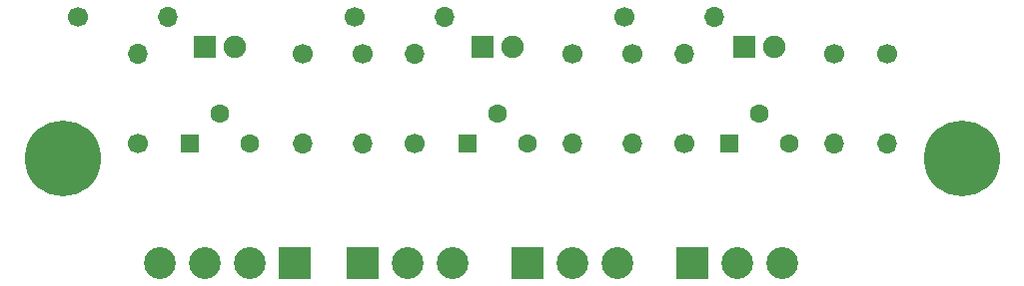
<source format=gbr>
%TF.GenerationSoftware,KiCad,Pcbnew,(5.1.6)-1*%
%TF.CreationDate,2021-02-12T11:45:35-08:00*%
%TF.ProjectId,CMP-CKP-Tach Signal Conditioner,434d502d-434b-4502-9d54-616368205369,rev?*%
%TF.SameCoordinates,Original*%
%TF.FileFunction,Soldermask,Top*%
%TF.FilePolarity,Negative*%
%FSLAX46Y46*%
G04 Gerber Fmt 4.6, Leading zero omitted, Abs format (unit mm)*
G04 Created by KiCad (PCBNEW (5.1.6)-1) date 2021-02-12 11:45:35*
%MOMM*%
%LPD*%
G01*
G04 APERTURE LIST*
%ADD10O,1.700000X1.700000*%
%ADD11C,1.700000*%
%ADD12R,1.600000X1.600000*%
%ADD13C,1.600000*%
%ADD14C,2.700000*%
%ADD15R,2.700000X2.700000*%
%ADD16C,1.900000*%
%ADD17R,1.900000X1.900000*%
%ADD18C,6.450000*%
G04 APERTURE END LIST*
D10*
%TO.C,R12*%
X184785000Y-93980000D03*
D11*
X177165000Y-93980000D03*
%TD*%
D10*
%TO.C,R11*%
X161290000Y-93980000D03*
D11*
X153670000Y-93980000D03*
%TD*%
D10*
%TO.C,R10*%
X207645000Y-93980000D03*
D11*
X200025000Y-93980000D03*
%TD*%
D10*
%TO.C,R3*%
X217805000Y-104775000D03*
D11*
X217805000Y-97155000D03*
%TD*%
D10*
%TO.C,R2*%
X222250000Y-104775000D03*
D11*
X222250000Y-97155000D03*
%TD*%
D10*
%TO.C,R1*%
X205105000Y-97155000D03*
D11*
X205105000Y-104775000D03*
%TD*%
D12*
%TO.C,Q3*%
X186690000Y-104775000D03*
D13*
X191770000Y-104775000D03*
X189230000Y-102235000D03*
%TD*%
D12*
%TO.C,Q2*%
X163195000Y-104775000D03*
D13*
X168275000Y-104775000D03*
X165735000Y-102235000D03*
%TD*%
D12*
%TO.C,Q1*%
X208915000Y-104775000D03*
D13*
X213995000Y-104775000D03*
X211455000Y-102235000D03*
%TD*%
D14*
%TO.C,J3*%
X213360000Y-114935000D03*
D15*
X205740000Y-114935000D03*
D14*
X209550000Y-114935000D03*
%TD*%
D16*
%TO.C,D1*%
X212725000Y-96520000D03*
D17*
X210185000Y-96520000D03*
%TD*%
D18*
%TO.C,REF\u002A\u002A*%
X152400000Y-106045000D03*
%TD*%
%TO.C,REF\u002A\u002A*%
X228600000Y-106045000D03*
%TD*%
D10*
%TO.C,R9*%
X195580000Y-104775000D03*
D11*
X195580000Y-97155000D03*
%TD*%
D10*
%TO.C,R8*%
X200660000Y-104775000D03*
D11*
X200660000Y-97155000D03*
%TD*%
D10*
%TO.C,R7*%
X182245000Y-97155000D03*
D11*
X182245000Y-104775000D03*
%TD*%
D10*
%TO.C,R6*%
X172720000Y-104775000D03*
D11*
X172720000Y-97155000D03*
%TD*%
D10*
%TO.C,R5*%
X177800000Y-104775000D03*
D11*
X177800000Y-97155000D03*
%TD*%
D10*
%TO.C,R4*%
X158750000Y-97155000D03*
D11*
X158750000Y-104775000D03*
%TD*%
D14*
%TO.C,J2*%
X199390000Y-114935000D03*
D15*
X191770000Y-114935000D03*
D14*
X195580000Y-114935000D03*
%TD*%
%TO.C,J1*%
X185420000Y-114935000D03*
D15*
X177800000Y-114935000D03*
D14*
X181610000Y-114935000D03*
%TD*%
D15*
%TO.C,J4*%
X172085000Y-114935000D03*
D14*
X160655000Y-114935000D03*
X168275000Y-114935000D03*
X164465000Y-114935000D03*
%TD*%
D16*
%TO.C,D3*%
X190500000Y-96520000D03*
D17*
X187960000Y-96520000D03*
%TD*%
D16*
%TO.C,D2*%
X167005000Y-96520000D03*
D17*
X164465000Y-96520000D03*
%TD*%
M02*

</source>
